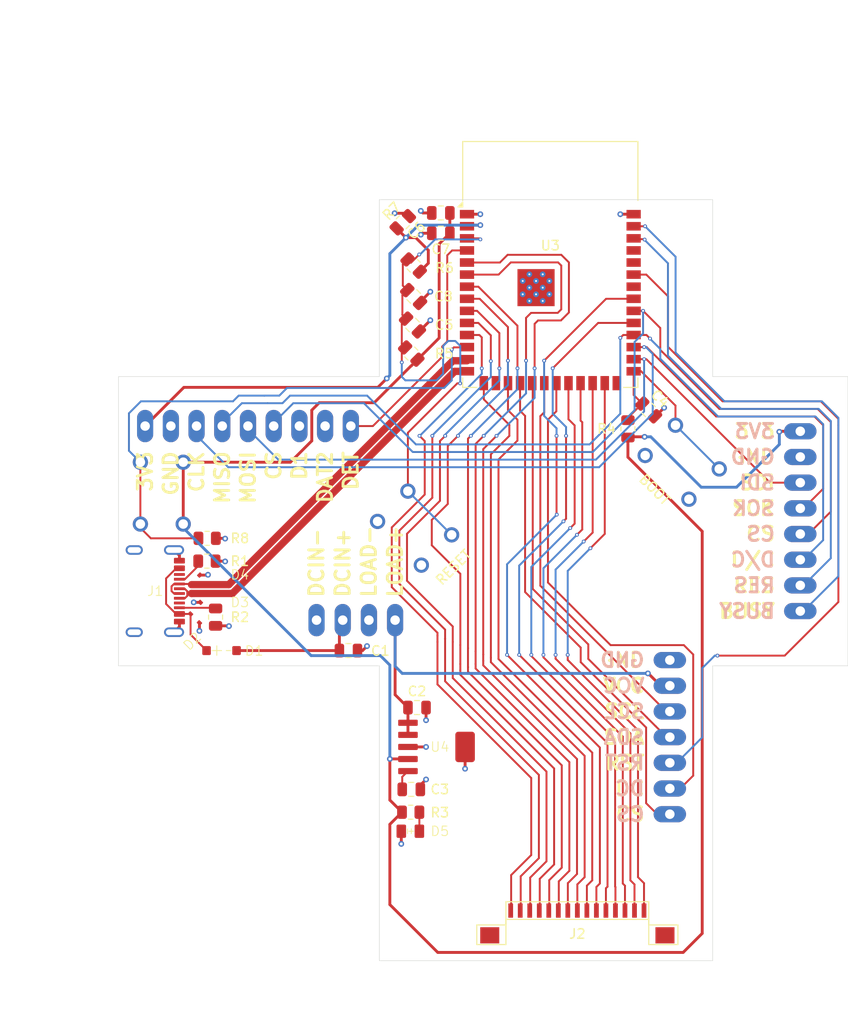
<source format=kicad_pcb>
(kicad_pcb (version 20241229) (generator "pcbnew") (generator_version "9.0")
  (layers (0 "F.Cu" signal) (4 "In1.Cu" power) (6 "In2.Cu" power) (2 "B.Cu" signal) (13 "F.Paste" user) (15 "B.Paste" user) (5 "F.SilkS" user "F.Silkscreen") (7 "B.SilkS" user "B.Silkscreen") (1 "F.Mask" user) (3 "B.Mask" user) (25 "Edge.Cuts" user))
  (net 0 "")
  (net 1 "VCC_5V")
  (net 2 "VCC_4V5")
  (net 3 "Net-(U4-NR)")
  (net 4 "GPIO0")
  (net 5 "CHIP_PU")
  (net 6 "VCC_3V3")
  (net 7 "Net-(D1-A)")
  (net 8 "D+")
  (net 9 "D-")
  (net 10 "Net-(D5-A)")
  (net 12 "Net-(J1-CC2)")
  (net 14 "Net-(J1-CC1)")
  (net 15 "Column 5")
  (net 16 "Row 1")
  (net 17 "Column 6")
  (net 19 "Column 3")
  (net 20 "Column 10")
  (net 21 "Row 3")
  (net 22 "Column 1")
  (net 23 "Column 0")
  (net 24 "Column 4")
  (net 25 "Column 9")
  (net 26 "Row 0")
  (net 27 "Column 8")
  (net 29 "Column 2")
  (net 30 "Row 2")
  (net 31 "Column 7")
  (net 32 "ESP_3V3")
  (net 33 "GPIO13")
  (net 34 "GPIO42")
  (net 35 "GPIO12")
  (net 36 "GPIO10")
  (net 37 "GPIO11")
  (net 41 "GPIO4")
  (net 42 "GPIO36")
  (net 45 "GPIO39")
  (net 46 "GPIO35")
  (net 47 "GPIO37")
  (net 50 "GND")
  (net 51 "GPIO8")
  (net 52 "GPIO1")
  (net 53 "GPIO2")
  (footprint "Custom:DESPI-C579" (layer "F.Cu") (at 124.1 111.32)
    (property "Reference" "U5" (hide yes))
    (property "Value" "~")
  )
  (footprint "Capacitor_SMD:C_0805_2012Metric" (layer "F.Cu") (at 83.376516 81.25 -45)
    (property "Reference" "C5")
    (property "Value" "0u1F")
  )
  (footprint "Custom:B3F-1000" (layer "F.Cu") (at 83.6 102.6 45)
    (property "Reference" "SW2" (hide yes))
    (property "Value" "SW_Push_Dual")
  )
  (footprint "RF_Module:ESP32-S3-WROOM-1" (layer "F.Cu") (at 97.85 74.86)
    (property "Reference" "U3")
    (property "Value" "ESP32-S3-WROOM-1")
  )
  (footprint "Capacitor_SMD:C_0805_2012Metric" (layer "F.Cu") (at 86.350001 69.47 180)
    (property "Reference" "C6")
    (property "Value" "0u1F")
  )
  (footprint "Custom:LESD5D5" (layer "F.Cu") (at 60.53669 112.08669 135)
    (property "Reference" "D2")
    (property "Value" "~")
  )
  (footprint "Custom:LESD5D5" (layer "F.Cu") (at 60.56669 108.00331 -135)
    (property "Reference" "D4")
    (property "Value" "~")
  )
  (footprint "Capacitor_SMD:C_0805_2012Metric" (layer "F.Cu") (at 76.649999 115.47)
    (property "Reference" "C1")
    (property "Value" "10uF")
  )
  (footprint "Resistor_SMD:R_0805_2012Metric" (layer "F.Cu") (at 106 92.1625 -90)
    (property "Reference" "R4")
    (property "Value" "10k")
  )
  (footprint "Capacitor_SMD:C_0805_2012Metric" (layer "F.Cu") (at 86.350001 71.6 180)
    (property "Reference" "C7")
    (property "Value" "10uF")
  )
  (footprint "Resistor_SMD:R_0805_2012Metric" (layer "F.Cu") (at 82.354765 70.445235 45)
    (property "Reference" "R7")
    (property "Value" "0")
  )
  (footprint "Custom:B3F-1000" (layer "F.Cu") (at 111.7 95.67 45)
    (property "Reference" "SW1" (hide yes))
    (property "Value" "SW_Push_Dual")
  )
  (footprint "Custom:Adafruit bq25185 Module" (layer "F.Cu") (at 77.55 113.77)
    (property "Reference" "U1" (hide yes))
    (property "Value" "~")
  )
  (footprint "Resistor_SMD:R_0805_2012Metric" (layer "F.Cu") (at 83.1875 132.46 180)
    (property "Reference" "R3")
    (property "Value" "100")
  )
  (footprint "Capacitor_SMD:C_0805_2012Metric" (layer "F.Cu") (at 108.171751 90.171751 -45)
    (property "Reference" "C4")
    (property "Value" "0u1F")
  )
  (footprint "Resistor_SMD:R_0805_2012Metric" (layer "F.Cu") (at 83.25 84.25 -45)
    (property "Reference" "R5")
    (property "Value" "10k")
  )
  (footprint "Resistor_SMD:R_0805_2012Metric" (layer "F.Cu") (at 61.7875 106.07)
    (property "Reference" "R1")
    (property "Value" "5k1")
  )
  (footprint "Custom:B3F-1000" (layer "F.Cu") (at 57.05 98.92 180)
    (property "Reference" "SW3" (hide yes))
    (property "Value" "SW_Push_Dual")
  )
  (footprint "Custom:KT-0805G" (layer "F.Cu") (at 83.150001 134.46 -90)
    (property "Reference" "D5")
    (property "Value" "LED")
  )
  (footprint "Resistor_SMD:R_0805_2012Metric" (layer "F.Cu") (at 83.5 75 -45)
    (property "Reference" "R6")
    (property "Value" "10k")
  )
  (footprint "Resistor_SMD:R_0805_2012Metric" (layer "F.Cu") (at 61.8125 103.67)
    (property "Reference" "R8")
    (property "Value" "10k")
  )
  (footprint "Capacitor_SMD:C_0805_2012Metric" (layer "F.Cu") (at 83.249999 130.06 180)
    (property "Reference" "C3")
    (property "Value" "0u01F")
  )
  (footprint "Custom:USB_C_Receptacle_16P" (layer "F.Cu") (at 58.9 109.22 -90)
    (property "Reference" "J1")
    (property "Value" "USB_C_Receptacle_USB2.0_16P")
  )
  (footprint "Custom:1N5819HW-7-F" (layer "F.Cu") (at 63.325 115.47)
    (property "Reference" "D1")
    (property "Value" "1N5819WS")
  )
  (footprint "Resistor_SMD:R_0805_2012Metric" (layer "F.Cu") (at 62.7 111.9575 90)
    (property "Reference" "R2")
    (property "Value" "5k1")
  )
  (footprint "Custom:SH1122 256x64 OLED Display Module" (layer "F.Cu") (at 110.4 132.67)
    (property "Reference" "U2" (hide yes))
    (property "Value" "~")
  )
  (footprint "Capacitor_SMD:C_0805_2012Metric" (layer "F.Cu") (at 83.5 78.25 -45)
    (property "Reference" "C8")
    (property "Value" "1uF")
  )
  (footprint "Custom:LESD5D5" (layer "F.Cu") (at 60.63331 109.93669 135)
    (property "Reference" "D3")
    (property "Value" "~")
  )
  (footprint "Capacitor_SMD:C_0805_2012Metric" (layer "F.Cu") (at 83.849999 121.46)
    (property "Reference" "C2")
    (property "Value" "1uF")
  )
  (footprint "Custom:FPC_15" (layer "F.Cu") (at 100.689 142.8)
    (property "Reference" "J2")
    (property "Value" "~")
  )
  (footprint "Custom:Adafruit MicroSD Module" (layer "F.Cu") (at 66.1 91.87)
    (property "Reference" "U6" (hide yes))
    (property "Value" "~")
  )
  (footprint "Custom:TPS795" (layer "F.Cu") (at 82.9 125.6)
    (property "Reference" "U4")
    (property "Value" "~")
  )
  (gr_poly (pts (xy 114.9 86.67) (xy 129.1 86.67) (xy 129.1 117.07) (xy 114.9 117.07) (xy 114.9 148.07) (xy 79.9 148.07) (xy 79.9 117.07) (xy 52.5 117.07) (xy 52.5 86.67) (xy 79.9 86.67) (xy 79.9 68.07) (xy 114.9 68.07)) (stroke (width 0.05)) (fill no) (layer "Edge.Cuts"))
  (gr_text "BOOT" (at 108.807107 98.559087 315) (layer "F.SilkS") (effects (font (size 1 1))))
  (gr_text "RESET" (at 87.692893 106.710913 45) (layer "F.SilkS") (effects (font (size 1 1))))
  (segment (start 75.7 115.42) (end 75.7 112.62) (width 0.3) (layer "F.Cu") (net 1))
  (segment (start 75.7 112.62) (end 76.05 112.27) (width 0.3) (layer "F.Cu") (net 1))
  (segment (start 75.65 115.47) (end 75.7 115.42) (width 0.3) (layer "F.Cu") (net 1))
  (segment (start 75.7 115.47) (end 65.1 115.47) (width 0.3) (layer "F.Cu") (net 1))
  (segment (start 65.1 115.47) (end 64.9 115.27) (width 0.3) (layer "F.Cu") (net 1))
  (segment (start 81.55 120.11) (end 82.9 121.46) (width 0.3) (layer "F.Cu") (net 2))
  (segment (start 82.9 123.06) (end 82.9 124.329999) (width 0.3) (layer "F.Cu") (net 2))
  (segment (start 81.55 112.27) (end 81.55 120.11) (width 0.3) (layer "F.Cu") (net 2))
  (segment (start 82.9 121.46) (end 82.9 123.06) (width 0.3) (layer "F.Cu") (net 2))
  (segment (start 108.099 117.87) (end 108.135 117.87) (width 0.3) (layer "F.Cu") (net 2))
  (segment (start 108.135 117.87) (end 109.435 119.17) (width 0.3) (layer "F.Cu") (net 2))
  (segment (start 109.435 119.17) (end 110.4 119.17) (width 0.3) (layer "F.Cu") (net 2))
  (via (at 108.099 117.87) (size 0.6) (drill 0.3) (layers "F.Cu" "B.Cu") (net 2))
  (segment (start 108.099 117.87) (end 82.3 117.87) (width 0.3) (layer "B.Cu") (net 2))
  (segment (start 81.55 117.12) (end 81.55 112.27) (width 0.3) (layer "B.Cu") (net 2))
  (segment (start 82.3 117.87) (end 81.55 117.12) (width 0.3) (layer "B.Cu") (net 2))
  (segment (start 82.3 128.74) (end 82.9 128.14) (width 0.2) (layer "F.Cu") (net 3))
  (segment (start 82.3 130.06) (end 82.3 128.74) (width 0.2) (layer "F.Cu") (net 3))
  (segment (start 110.992893 91.780913) (end 110.992893 89.718686) (width 0.2) (layer "F.Cu") (net 4))
  (segment (start 110.992893 89.718686) (end 107.384207 86.11) (width 0.2) (layer "F.Cu") (net 4))
  (segment (start 106 91.25) (end 106 91) (width 0.2) (layer "F.Cu") (net 4))
  (segment (start 106.6 88.6) (end 107.5 89.5) (width 0.2) (layer "F.Cu") (net 4))
  (segment (start 106.6 88.6) (end 106.6 86.11) (width 0.2) (layer "F.Cu") (net 4))
  (segment (start 107.384207 86.11) (end 106.6 86.11) (width 0.2) (layer "F.Cu") (net 4))
  (segment (start 106 91) (end 107.5 89.5) (width 0.2) (layer "F.Cu") (net 4))
  (segment (start 115.589087 96.377107) (end 110.992893 91.780913) (width 0.2) (layer "B.Cu") (net 4))
  (segment (start 82.25 83.25) (end 82.25 81.033014) (width 0.2) (layer "F.Cu") (net 5))
  (segment (start 82.315596 80.18908) (end 82.704765 80.578249) (width 0.2) (layer "F.Cu") (net 5))
  (segment (start 82.25 83.95953) (end 82.604765 83.604765) (width 0.2) (layer "F.Cu") (net 5))
  (segment (start 82.892893 98.710913) (end 82.892893 92.571299) (width 0.2) (layer "F.Cu") (net 5))
  (segment (start 84.08453 73.83453) (end 83.20953 74.70953) (width 0.2) (layer "F.Cu") (net 5))
  (segment (start 82.25 85.175) (end 82.25 83.95953) (width 0.2) (layer "F.Cu") (net 5))
  (segment (start 90.39 72.14) (end 90.5 72.25) (width 0.2) (layer "F.Cu") (net 5))
  (segment (start 82.604765 83.604765) (end 82.25 83.25) (width 0.2) (layer "F.Cu") (net 5))
  (segment (start 88.081048 87.383144) (end 88.38 87.383144) (width 0.2) (layer "F.Cu") (net 5))
  (segment (start 82.892893 92.571299) (end 88.081048 87.383144) (width 0.2) (layer "F.Cu") (net 5))
  (segment (start 82.315596 78.090902) (end 82.315596 80.18908) (width 0.2) (layer "F.Cu") (net 5))
  (segment (start 82.35979 77.10979) (end 82.828249 77.578249) (width 0.2) (layer "F.Cu") (net 5))
  (segment (start 82.854765 74.354765) (end 82.35979 74.84974) (width 0.2) (layer "F.Cu") (net 5))
  (segment (start 89.1 72.14) (end 90.39 72.14) (width 0.2) (layer "F.Cu") (net 5))
  (segment (start 82.35979 74.84974) (end 82.35979 77.10979) (width 0.2) (layer "F.Cu") (net 5))
  (segment (start 82.828249 77.578249) (end 82.315596 78.090902) (width 0.2) (layer "F.Cu") (net 5))
  (segment (start 82.25 81.033014) (end 82.704765 80.578249) (width 0.2) (layer "F.Cu") (net 5))
  (via (at 84.08453 73.83453) (size 0.4) (drill 0.2) (layers "F.Cu" "B.Cu") (net 5))
  (via (at 90.5 72.25) (size 0.4) (drill 0.2) (layers "F.Cu" "B.Cu") (net 5))
  (via (at 88.38 87.383144) (size 0.4) (drill 0.2) (layers "F.Cu" "B.Cu") (net 5))
  (via (at 82.25 85.175) (size 0.4) (drill 0.2) (layers "F.Cu" "B.Cu") (net 5))
  (segment (start 82.627 87.067) (end 85.903 87.067) (width 0.2) (layer "B.Cu") (net 5))
  (segment (start 88.396572 83.454122) (end 88.396572 87.366572) (width 0.2) (layer "B.Cu") (net 5))
  (segment (start 88.396572 87.366572) (end 88.38 87.383144) (width 0.2) (layer "B.Cu") (net 5))
  (segment (start 87.489087 103.307107) (end 82.892893 98.710913) (width 0.2) (layer "B.Cu") (net 5))
  (segment (start 82.25 86.69) (end 82.627 87.067) (width 0.2) (layer "B.Cu") (net 5))
  (segment (start 85.903 87.067) (end 86.594572 86.375428) (width 0.2) (layer "B.Cu") (net 5))
  (segment (start 84.08453 73.83453) (end 84.16547 73.83453) (width 0.2) (layer "B.Cu") (net 5))
  (segment (start 86.594572 86.375428) (end 86.594572 83.454122) (width 0.2) (layer "B.Cu") (net 5))
  (segment (start 86.594572 83.454122) (end 87.122365 82.926329) (width 0.2) (layer "B.Cu") (net 5))
  (segment (start 82.25 85.175) (end 82.25 86.69) (width 0.2) (layer "B.Cu") (net 5))
  (segment (start 87.868779 82.926329) (end 88.396572 83.454122) (width 0.2) (layer "B.Cu") (net 5))
  (segment (start 84.16547 73.83453) (end 85.75 72.25) (width 0.2) (layer "B.Cu") (net 5))
  (segment (start 87.122365 82.926329) (end 87.868779 82.926329) (width 0.2) (layer "B.Cu") (net 5))
  (segment (start 85.75 72.25) (end 90.5 72.25) (width 0.2) (layer "B.Cu") (net 5))
  (segment (start 124.1 92.42) (end 121.95 92.42) (width 0.3) (layer "F.Cu") (net 6))
  (segment (start 81 142.17) (end 81 133.735) (width 0.3) (layer "F.Cu") (net 6))
  (segment (start 86.177 82.61347) (end 83.895235 84.895235) (width 0.3) (layer "F.Cu") (net 6))
  (segment (start 106.075 93) (end 106 93.075) (width 0.3) (layer "F.Cu") (net 6))
  (segment (start 121.95 92.42) (end 121.9 92.47) (width 0.3) (layer "F.Cu") (net 6))
  (segment (start 87.300001 71.6) (end 87.300001 69.47) (width 0.3) (layer "F.Cu") (net 6))
  (segment (start 86.177 72.723001) (end 86.177 82.61347) (width 0.3) (layer "F.Cu") (net 6))
  (segment (start 86.03 147.2) (end 81 142.17) (width 0.3) (layer "F.Cu") (net 6))
  (segment (start 70.55388 95.67) (end 72.8 93.42388) (width 0.3) (layer "F.Cu") (net 6))
  (segment (start 81 126.86) (end 81 131.185) (width 0.3) (layer "F.Cu") (net 6))
  (segment (start 106 95.140718) (end 113.8 102.940718) (width 0.3) (layer "F.Cu") (net 6))
  (segment (start 58.9 95.67) (end 70.55388 95.67) (width 0.3) (layer "F.Cu") (net 6))
  (segment (start 81 133.735) (end 82.275 132.46) (width 0.3) (layer "F.Cu") (net 6))
  (segment (start 107.75 93) (end 106.075 93) (width 0.3) (layer "F.Cu") (net 6))
  (segment (start 72.8 90.2) (end 73.581 89.419) (width 0.3) (layer "F.Cu") (net 6))
  (segment (start 72.8 93.42388) (end 72.8 90.2) (width 0.3) (layer "F.Cu") (net 6))
  (segment (start 113.8 145.2) (end 111.8 147.2) (width 0.3) (layer "F.Cu") (net 6))
  (segment (start 113.8 102.940718) (end 113.8 145.2) (width 0.3) (layer "F.Cu") (net 6))
  (segment (start 73.581 89.419) (end 79.351 89.419) (width 0.3) (layer "F.Cu") (net 6))
  (segment (start 111.8 147.2) (end 86.03 147.2) (width 0.3) (layer "F.Cu") (net 6))
  (segment (start 59.3 95.67) (end 59.3 102.17) (width 0.3) (layer "F.Cu") (net 6))
  (segment (start 82.889999 126.86) (end 82.9 126.870001) (width 0.3) (layer "F.Cu") (net 6))
  (segment (start 81 131.185) (end 82.275 132.46) (width 0.3) (layer "F.Cu") (net 6))
  (segment (start 83.24047 85.55) (end 83.895235 84.895235) (width 0.3) (layer "F.Cu") (net 6))
  (segment (start 83.22 85.55) (end 83.24047 85.55) (width 0.3) (layer "F.Cu") (net 6))
  (segment (start 87.300001 71.6) (end 86.177 72.723001) (width 0.3) (layer "F.Cu") (net 6))
  (segment (start 79.351 89.419) (end 83.22 85.55) (width 0.3) (layer "F.Cu") (net 6))
  (segment (start 81 126.86) (end 82.889999 126.86) (width 0.3) (layer "F.Cu") (net 6))
  (segment (start 106 93.075) (end 106 95.140718) (width 0.3) (layer "F.Cu") (net 6))
  (via (at 81 126.86) (size 0.6) (drill 0.3) (layers "F.Cu" "B.Cu") (net 6))
  (via (at 121.9 92.47) (size 0.6) (drill 0.3) (layers "F.Cu" "B.Cu") (net 6))
  (via (at 107.75 93) (size 0.6) (drill 0.3) (layers "F.Cu" "B.Cu") (net 6))
  (segment (start 117.4 98.3) (end 121.9 93.8) (width 0.3) (layer "B.Cu") (net 6))
  (segment (start 72.73 116) (end 58.9 102.17) (width 0.3) (layer "B.Cu") (net 6))
  (segment (start 107.75 93) (end 108.4 93) (width 0.3) (layer "B.Cu") (net 6))
  (segment (start 80 116) (end 72.73 116) (width 0.3) (layer "B.Cu") (net 6))
  (segment (start 81 126.86) (end 81 117) (width 0.3) (layer "B.Cu") (net 6))
  (segment (start 113.7 98.3) (end 117.4 98.3) (width 0.3) (layer "B.Cu") (net 6))
  (segment (start 81 117) (end 80 116) (width 0.3) (layer "B.Cu") (net 6))
  (segment (start 121.9 93.8) (end 121.9 92.47) (width 0.3) (layer "B.Cu") (net 6))
  (segment (start 108.4 93) (end 113.7 98.3) (width 0.3) (layer "B.Cu") (net 6))
  (segment (start 58.55 111.62) (end 58.9 111.62) (width 0.2) (layer "F.Cu") (net 7))
  (segment (start 58.9 111.62) (end 60.07 111.62) (width 0.2) (layer "F.Cu") (net 7))
  (segment (start 57.5 107.885856) (end 57.5 110.57) (width 0.2) (layer "F.Cu") (net 7))
  (segment (start 60.07 111.62) (end 60.07 113.79) (width 0.2) (layer "F.Cu") (net 7))
  (segment (start 60.07 113.79) (end 61.55 115.27) (width 0.2) (layer "F.Cu") (net 7))
  (segment (start 58.565856 106.82) (end 57.5 107.885856) (width 0.2) (layer "F.Cu") (net 7))
  (segment (start 58.9 106.82) (end 58.565856 106.82) (width 0.2) (layer "F.Cu") (net 7))
  (segment (start 57.5 110.57) (end 58.55 111.62) (width 0.2) (layer "F.Cu") (net 7))
  (segment (start 61.55 115.27) (end 61.75 115.27) (width 0.2) (layer "F.Cu") (net 7))
  (segment (start 58.9 108.97) (end 59.45825 108.97) (width 0.2) (layer "F.Cu") (net 8))
  (segment (start 60.16662 109.47) (end 60.17111 109.46551) (width 0.77) (layer "F.Cu") (net 8))
  (segment (start 59.7284 109.47) (end 59.7284 109.716599) (width 0.2) (layer "F.Cu") (net 8))
  (segment (start 59.45825 108.97) (end 59.7284 109.24015) (width 0.2) (layer "F.Cu") (net 8))
  (segment (start 64.464259 109.46551) (end 87.813314 86.116454) (width 0.77) (layer "F.Cu") (net 8))
  (segment (start 59.7284 109.47) (end 60.1 109.47) (width 0.2) (layer "F.Cu") (net 8))
  (segment (start 60.17111 109.46551) (end 64.464259 109.46551) (width 0.77) (layer "F.Cu") (net 8))
  (segment (start 59.474999 109.97) (end 58.9 109.97) (width 0.2) (layer "F.Cu") (net 8))
  (segment (start 59.7284 109.24015) (end 59.7284 109.47) (width 0.2) (layer "F.Cu") (net 8))
  (segment (start 89.093546 86.116454) (end 89.1 86.11) (width 0.77) (layer "F.Cu") (net 8))
  (segment (start 87.813314 86.116454) (end 89.093546 86.116454) (width 0.77) (layer "F.Cu") (net 8))
  (segment (start 59.7284 109.716599) (end 59.474999 109.97) (width 0.2) (layer "F.Cu") (net 8))
  (segment (start 89.1 85.006) (end 87.617884 85.006) (width 0.77) (layer "F.Cu") (net 9))
  (segment (start 58.0716 109.216599) (end 58.0716 108.723401) (width 0.2) (layer "F.Cu") (net 9))
  (segment (start 58.325001 108.47) (end 58.9 108.47) (width 0.2) (layer "F.Cu") (net 9))
  (segment (start 58.325001 109.47) (end 58.0716 109.216599) (width 0.2) (layer "F.Cu") (net 9))
  (segment (start 58.9 108.47) (end 60.1 108.47) (width 0.2) (layer "F.Cu") (net 9))
  (segment (start 87.617884 85.006) (end 64.081774 108.54211) (width 0.77) (layer "F.Cu") (net 9))
  (segment (start 58.9 109.47) (end 58.325001 109.47) (width 0.2) (layer "F.Cu") (net 9))
  (segment (start 58.0716 108.723401) (end 58.325001 108.47) (width 0.2) (layer "F.Cu") (net 9))
  (segment (start 64.081774 108.54211) (end 60.17211 108.54211) (width 0.77) (layer "F.Cu") (net 9))
  (segment (start 84.1 132.46) (end 84.099999 134.46) (width 0.2) (layer "F.Cu") (net 10))
  (segment (start 58.9 110.97) (end 62.625 110.97) (width 0.2) (layer "F.Cu") (net 12))
  (segment (start 62.625 110.97) (end 62.7 111.045) (width 0.2) (layer "F.Cu") (net 12))
  (segment (start 58.9 107.97) (end 59.474999 107.97) (width 0.2) (layer "F.Cu") (net 14))
  (segment (start 59.474999 107.97) (end 60.875 106.569999) (width 0.2) (layer "F.Cu") (net 14))
  (segment (start 60.875 106.569999) (end 60.875 106.07) (width 0.2) (layer "F.Cu") (net 14))
  (segment (start 106.6 78.49) (end 103.71 78.49) (width 0.2) (layer "F.Cu") (net 15))
  (segment (start 102.689001 140.317571) (end 102.689001 142.8) (width 0.2) (layer "F.Cu") (net 15))
  (segment (start 103.055 125.667) (end 103.055 139.951572) (width 0.2) (layer "F.Cu") (net 15))
  (segment (start 103.71 78.49) (end 97.2 85) (width 0.2) (layer "F.Cu") (net 15))
  (segment (start 98.503 92.897) (end 98.503 101.15676) (width 0.2) (layer "F.Cu") (net 15))
  (segment (start 98.503 101.15676) (end 98.52462 101.17838) (width 0.2) (layer "F.Cu") (net 15))
  (segment (start 103.055 139.951572) (end 102.689001 140.317571) (width 0.2) (layer "F.Cu") (net 15))
  (segment (start 93.308 115.92) (end 103.055 125.667) (width 0.2) (layer "F.Cu") (net 15))
  (via (at 98.52462 101.17838) (size 0.4) (drill 0.2) (layers "F.Cu" "B.Cu") (net 15))
  (via (at 93.308 115.92) (size 0.4) (drill 0.2) (layers "F.Cu" "B.Cu") (net 15))
  (via (at 97.2 85) (size 0.4) (drill 0.2) (layers "F.Cu" "B.Cu") (net 15))
  (via (at 98.503 92.897) (size 0.4) (drill 0.2) (layers "F.Cu" "B.Cu") (net 15))
  (segment (start 98.52462 101.17838) (end 93.308 106.395) (width 0.2) (layer "B.Cu") (net 15))
  (segment (start 97.2 90.8) (end 97.2 85) (width 0.2) (layer "B.Cu") (net 15))
  (segment (start 98.503 92.897) (end 98.503 92.103) (width 0.2) (layer "B.Cu") (net 15))
  (segment (start 98.503 92.103) (end 97.2 90.8) (width 0.2) (layer "B.Cu") (net 15))
  (segment (start 93.308 106.395) (end 93.308 115.92) (width 0.2) (layer "B.Cu") (net 15))
  (segment (start 90.294786 77.22) (end 93.637393 80.562607) (width 0.2) (layer "F.Cu") (net 16))
  (segment (start 99.05 138.287214) (end 99.05 127.531144) (width 0.2) (layer "F.Cu") (net 16))
  (segment (start 89.204 117.211366) (end 89.203 117.210364) (width 0.2) (layer "F.Cu") (net 16))
  (segment (start 89.204 93.197788) (end 89.504788 92.897) (width 0.2) (layer "F.Cu") (net 16))
  (segment (start 89.204 115.218651) (end 89.204 93.197788) (width 0.2) (layer "F.Cu") (net 16))
  (segment (start 97.737999 142.751001) (end 97.737999 139.599215) (width 0.2) (layer "F.Cu") (net 16))
  (segment (start 99.05 127.531144) (end 89.204 117.685142) (width 0.2) (layer "F.Cu") (net 16))
  (segment (start 94.4 81.325214) (end 94.4 85.8) (width 0.2) (layer "F.Cu") (net 16))
  (segment (start 93.637393 80.562607) (end 94.4 81.325214) (width 0.2) (layer "F.Cu") (net 16))
  (segment (start 89.203 115.219651) (end 89.204 115.218651) (width 0.2) (layer "F.Cu") (net 16))
  (segment (start 97.737999 139.599215) (end 99.05 138.287214) (width 0.2) (layer "F.Cu") (net 16))
  (segment (start 89.203 117.210364) (end 89.203 115.219651) (width 0.2) (layer "F.Cu") (net 16))
  (segment (start 89.204 117.685142) (end 89.204 117.211366) (width 0.2) (layer "F.Cu") (net 16))
  (segment (start 97.689 142.8) (end 97.737999 142.751001) (width 0.2) (layer "F.Cu") (net 16))
  (segment (start 89.1 77.22) (end 90.294786 77.22) (width 0.2) (layer "F.Cu") (net 16))
  (via (at 94.4 85.8) (size 0.4) (drill 0.2) (layers "F.Cu" "B.Cu") (net 16))
  (via (at 89.504788 92.897) (size 0.4) (drill 0.2) (layers "F.Cu" "B.Cu") (net 16))
  (segment (start 89.504788 92.895212) (end 94.4 88) (width 0.2) (layer "B.Cu") (net 16))
  (segment (start 94.4 88) (end 94.4 85.8) (width 0.2) (layer "B.Cu") (net 16))
  (segment (start 89.504788 92.897) (end 89.504788 92.895212) (width 0.2) (layer "B.Cu") (net 16))
  (segment (start 102.87 81.03) (end 98.1 85.8) (width 0.2) (layer "F.Cu") (net 17))
  (segment (start 94.580792 115.92) (end 103.856 125.195208) (width 0.2) (layer "F.Cu") (net 17))
  (segment (start 103.856 125.195208) (end 103.856 140.283357) (width 0.2) (layer "F.Cu") (net 17))
  (segment (start 99.503003 101.614215) (end 99.231729 101.885489) (width 0.2) (layer "F.Cu") (net 17))
  (segment (start 103.856 140.283357) (end 103.689 140.450358) (width 0.2) (layer "F.Cu") (net 17))
  (segment (start 106.6 81.03) (end 102.87 81.03) (width 0.2) (layer "F.Cu") (net 17))
  (segment (start 99.503003 92.897) (end 99.503003 101.614215) (width 0.2) (layer "F.Cu") (net 17))
  (segment (start 103.689 140.450358) (end 103.689 142.8) (width 0.2) (layer "F.Cu") (net 17))
  (via (at 99.231729 101.885489) (size 0.4) (drill 0.2) (layers "F.Cu" "B.Cu") (net 17))
  (via (at 98.1 85.8) (size 0.4) (drill 0.2) (layers "F.Cu" "B.Cu") (net 17))
  (via (at 99.503003 92.897) (size 0.4) (drill 0.2) (layers "F.Cu" "B.Cu") (net 17))
  (via (at 94.580792 115.92) (size 0.4) (drill 0.2) (layers "F.Cu" "B.Cu") (net 17))
  (segment (start 98.766393 91.233608) (end 99.503003 91.970218) (width 0.2) (layer "B.Cu") (net 17))
  (segment (start 99.503003 91.970218) (end 99.503003 92.897) (width 0.2) (layer "B.Cu") (net 17))
  (segment (start 94.580792 106.536426) (end 94.580792 115.92) (width 0.2) (layer "B.Cu") (net 17))
  (segment (start 99.231729 101.885489) (end 94.580792 106.536426) (width 0.2) (layer "B.Cu") (net 17))
  (segment (start 98.1 90.567214) (end 98.766393 91.233608) (width 0.2) (layer "B.Cu") (net 17))
  (segment (start 98.1 85.8) (end 98.1 90.567214) (width 0.2) (layer "B.Cu") (net 17))
  (segment (start 91.606 116.215008) (end 91.607 116.215008) (width 0.2) (layer "F.Cu") (net 19))
  (segment (start 91.607 94.838947) (end 91.607 116.214008) (width 0.2) (layer "F.Cu") (net 19))
  (segment (start 90.865 87.36) (end 90.865 89.065) (width 0.2) (layer "F.Cu") (net 19))
  (segment (start 91.607 116.215008) (end 91.607 116.689786) (width 0.2) (layer "F.Cu") (net 19))
  (segment (start 93.548947 92.897) (end 91.607 94.838947) (width 0.2) (layer "F.Cu") (net 19))
  (segment (start 101.453 139.288002) (end 100.689003 140.051999) (width 0.2) (layer "F.Cu") (net 19))
  (segment (start 100.689003 140.051999) (end 100.689 140.051999) (width 0.2) (layer "F.Cu") (net 19))
  (segment (start 91.607 116.689786) (end 101.453 126.535786) (width 0.2) (layer "F.Cu") (net 19))
  (segment (start 101.453 126.535786) (end 101.453 139.288002) (width 0.2) (layer "F.Cu") (net 19))
  (segment (start 100.689 140.051999) (end 100.689 142.8) (width 0.2) (layer "F.Cu") (net 19))
  (segment (start 90.865 89.065) (end 93.548947 91.748947) (width 0.2) (layer "F.Cu") (net 19))
  (segment (start 91.607 116.214008) (end 91.606 116.215008) (width 0.2) (layer "F.Cu") (net 19))
  (segment (start 93.548947 91.748947) (end 93.548947 92.897) (width 0.2) (layer "F.Cu") (net 19))
  (segment (start 99.675582 116.455582) (end 107.06 123.84) (width 0.2) (layer "F.Cu") (net 20))
  (segment (start 99.675582 115.92) (end 99.675582 116.455582) (width 0.2) (layer "F.Cu") (net 20))
  (segment (start 103.565 103.209088) (end 102.060164 104.713924) (width 0.2) (layer "F.Cu") (net 20))
  (segment (start 103.565 87.36) (end 103.565 103.209088) (width 0.2) (layer "F.Cu") (net 20))
  (segment (start 107.06 139.290214) (end 107.688999 139.919213) (width 0.2) (layer "F.Cu") (net 20))
  (segment (start 107.688999 139.919213) (end 107.688999 142.8) (width 0.2) (layer "F.Cu") (net 20))
  (segment (start 107.06 123.84) (end 107.06 139.290214) (width 0.2) (layer "F.Cu") (net 20))
  (via (at 99.675582 115.92) (size 0.4) (drill 0.2) (layers "F.Cu" "B.Cu") (net 20))
  (via (at 102.060164 104.713924) (size 0.4) (drill 0.2) (layers "F.Cu" "B.Cu") (net 20))
  (segment (start 102.060164 104.713924) (end 99.675582 107.098506) (width 0.2) (layer "B.Cu") (net 20))
  (segment (start 99.675582 107.098506) (end 99.675582 115.92) (width 0.2) (layer "B.Cu") (net 20))
  (segment (start 98.960785 80.772) (end 96.558 80.772) (width 0.2) (layer "F.Cu") (net 21))
  (segment (start 99.802 79.930785) (end 99.132786 80.599999) (width 0.2) (layer "F.Cu") (net 21))
  (segment (start 99.132786 80.599999) (end 99.132786 80.6) (width 0.2) (layer "F.Cu") (net 21))
  (segment (start 90.805 116.546794) (end 90.806 116.547794) (width 0.2) (layer "F.Cu") (net 21))
  (segment (start 89.1 74.68) (end 92.555214 74.68) (width 0.2) (layer "F.Cu") (net 21))
  (segment (start 99.802 74.669215) (end 99.802 79.930785) (width 0.2) (layer "F.Cu") (net 21))
  (segment (start 100.652 138.956216) (end 99.689 139.919216) (width 0.2) (layer "F.Cu") (net 21))
  (segment (start 100.652 126.867572) (end 100.652 138.956216) (width 0.2) (layer "F.Cu") (net 21))
  (segment (start 90.806 117.021572) (end 100.652 126.867572) (width 0.2) (layer "F.Cu") (net 21))
  (segment (start 99.689 139.919216) (end 99.689 142.8) (width 0.2) (layer "F.Cu") (net 21))
  (segment (start 90.805 115.883223) (end 90.805 116.546794) (width 0.2) (layer "F.Cu") (net 21))
  (segment (start 90.806 116.547794) (end 90.806 117.021572) (width 0.2) (layer "F.Cu") (net 21))
  (segment (start 92.200894 92.897) (end 90.806 94.291894) (width 0.2) (layer "F.Cu") (net 21))
  (segment (start 96.558 80.772) (end 96.2 81.13) (width 0.2) (layer "F.Cu") (net 21))
  (segment (start 90.806 115.882222) (end 90.805 115.883223) (width 0.2) (layer "F.Cu") (net 21))
  (segment (start 90.806 94.291894) (end 90.806 115.882222) (width 0.2) (layer "F.Cu") (net 21))
  (segment (start 92.555214 74.68) (end 93.367215 73.868) (width 0.2) (layer "F.Cu") (net 21))
  (segment (start 96.2 81.13) (end 96.2 85.8) (width 0.2) (layer "F.Cu") (net 21))
  (segment (start 99.000786 73.868) (end 99.802 74.669215) (width 0.2) (layer "F.Cu") (net 21))
  (segment (start 99.132786 80.6) (end 98.960785 80.772) (width 0.2) (layer "F.Cu") (net 21))
  (segment (start 93.367215 73.868) (end 99.000786 73.868) (width 0.2) (layer "F.Cu") (net 21))
  (via (at 92.200894 92.897) (size 0.4) (drill 0.2) (layers "F.Cu" "B.Cu") (net 21))
  (via (at 96.2 85.8) (size 0.4) (drill 0.2) (layers "F.Cu" "B.Cu") (net 21))
  (segment (start 92.200894 92.897) (end 92.213 92.897) (width 0.2) (layer "B.Cu") (net 21))
  (segment (start 96.2 88.91) (end 96.2 85.8) (width 0.2) (layer "B.Cu") (net 21))
  (segment (start 92.183962 92.880068) (end 92.200894 92.897) (width 0.2) (layer "B.Cu") (net 21))
  (segment (start 92.213 92.897) (end 96.2 88.91) (width 0.2) (layer "B.Cu") (net 21))
  (segment (start 94.738 139.200862) (end 94.738 142.751) (width 0.2) (layer "F.Cu") (net 22))
  (segment (start 81.999 102.860328) (end 81.999 108.466216) (width 0.2) (layer "F.Cu") (net 22))
  (segment (start 86.8 114.224295) (end 86.8 118.69) (width 0.2) (layer "F.Cu") (net 22))
  (segment (start 81.999 108.466216) (end 86.801 113.268217) (width 0.2) (layer "F.Cu") (net 22))
  (segment (start 94.640001 142.751001) (end 94.689 142.8) (width 0.2) (layer "F.Cu") (net 22))
  (segment (start 86.801 113.268217) (end 86.801 114.223293) (width 0.2) (layer "F.Cu") (net 22))
  (segment (start 96.647 128.537001) (end 96.647 137.291858) (width 0.2) (layer "F.Cu") (net 22))
  (segment (start 91.6 85.04626) (end 91.6 82.335215) (width 0.2) (layer "F.Cu") (net 22))
  (segment (start 94.738 142.751) (end 94.689 142.8) (width 0.2) (layer "F.Cu") (net 22))
  (segment (start 86.8 118.69) (end 96.647 128.537001) (width 0.2) (layer "F.Cu") (net 22))
  (segment (start 90.294785 81.03) (end 89.1 81.03) (width 0.2) (layer "F.Cu") (net 22))
  (segment (start 96.647 137.291858) (end 94.738 139.200862) (width 0.2) (layer "F.Cu") (net 22))
  (segment (start 91.6 82.335215) (end 90.294785 81.03) (width 0.2) (layer "F.Cu") (net 22))
  (segment (start 86.801 114.223293) (end 86.8 114.224295) (width 0.2) (layer "F.Cu") (net 22))
  (segment (start 85.460628 99.398699) (end 81.999 102.860328) (width 0.2) (layer "F.Cu") (net 22))
  (segment (start 85.460628 92.897) (end 85.460628 99.398699) (width 0.2) (layer "F.Cu") (net 22))
  (via (at 85.460628 92.897) (size 0.4) (drill 0.2) (layers "F.Cu" "B.Cu") (net 22))
  (via (at 91.6 85.04626) (size 0.4) (drill 0.2) (layers "F.Cu" "B.Cu") (net 22))
  (segment (start 85.444689 92.865454) (end 91.6 86.710143) (width 0.2) (layer "B.Cu") (net 22))
  (segment (start 91.6 86.710143) (end 91.6 85.04626) (width 0.2) (layer "B.Cu") (net 22))
  (segment (start 85.444689 92.865457) (end 85.444689 92.865454) (width 0.2) (layer "B.Cu") (net 22))
  (segment (start 95.846 128.868787) (end 85.999 119.021786) (width 0.2) (layer "F.Cu") (net 23))
  (segment (start 85.998998 113.892509) (end 86 113.891507) (width 0.2) (layer "F.Cu") (net 23))
  (segment (start 85.998998 114.556081) (end 85.998998 113.892509) (width 0.2) (layer "F.Cu") (net 23))
  (segment (start 85.999 119.021786) (end 85.999 114.556083) (width 0.2) (layer "F.Cu") (net 23))
  (segment (start 86 113.600002) (end 81.198 108.798001) (width 0.2) (layer "F.Cu") (net 23))
  (segment (start 93.738 142.751001) (end 93.738 139.068078) (width 0.2) (layer "F.Cu") (net 23))
  (segment (start 81.198 102.528543) (end 84.659628 99.066914) (width 0.2) (layer "F.Cu") (net 23))
  (segment (start 93.738 139.068078) (end 95.846 136.960073) (width 0.2) (layer "F.Cu") (net 23))
  (segment (start 81.198 108.798001) (end 81.198 102.528543) (width 0.2) (layer "F.Cu") (net 23))
  (segment (start 89.1 82.3) (end 90.400928 82.3) (width 0.2) (layer "F.Cu") (net 23))
  (segment (start 85.999 114.556083) (end 85.998998 114.556081) (width 0.2) (layer "F.Cu") (net 23))
  (segment (start 90.400928 82.3) (end 90.650002 82.549074) (width 0.2) (layer "F.Cu") (net 23))
  (segment (start 93.689001 142.8) (end 93.738 142.751001) (width 0.2) (layer "F.Cu") (net 23))
  (segment (start 84.659628 93.444053) (end 84.112575 92.897) (width 0.2) (layer "F.Cu") (net 23))
  (segment (start 90.650002 82.549074) (end 90.650002 85.809998) (width 0.2) (layer "F.Cu") (net 23))
  (segment (start 95.846 136.960073) (end 95.846 128.868787) (width 0.2) (layer "F.Cu") (net 23))
  (segment (start 84.659628 99.066914) (end 84.659628 93.444053) (width 0.2) (layer "F.Cu") (net 23))
  (segment (start 86 113.891507) (end 86 113.600002) (width 0.2) (layer "F.Cu") (net 23))
  (via (at 90.650002 85.809998) (size 0.4) (drill 0.2) (layers "F.Cu" "B.Cu") (net 23))
  (via (at 84.112575 92.897) (size 0.4) (drill 0.2) (layers "F.Cu" "B.Cu") (net 23))
  (segment (start 90.650002 86.387349) (end 90.650002 85.809998) (width 0.2) (layer "B.Cu") (net 23))
  (segment (start 84.231214 92.806137) (end 90.650002 86.387349) (width 0.2) (layer "B.Cu") (net 23))
  (segment (start 84.112575 92.806137) (end 84.231214 92.806137) (width 0.2) (layer "B.Cu") (net 23))
  (segment (start 102.254 139.619787) (end 102.254 126.204) (width 0.2) (layer "F.Cu") (net 24))
  (segment (start 93.405 90.205) (end 93.405 87.36) (width 0.2) (layer "F.Cu") (net 24))
  (segment (start 101.689 142.8) (end 101.689 140.184786) (width 0.2) (layer "F.Cu") (net 24))
  (segment (start 94.4 91.2) (end 93.405 90.205) (width 0.2) (layer "F.Cu") (net 24))
  (segment (start 92.408 95.386) (end 94.4 93.394) (width 0.2) (layer "F.Cu") (net 24))
  (segment (start 101.689 140.184786) (end 102.254 139.619787) (width 0.2) (layer "F.Cu") (net 24))
  (segment (start 94.4 93.394) (end 94.4 91.2) (width 0.2) (layer "F.Cu") (net 24))
  (segment (start 92.408 116.358) (end 92.408 95.386) (width 0.2) (layer "F.Cu") (net 24))
  (segment (start 102.254 126.204) (end 92.408 116.358) (width 0.2) (layer "F.Cu") (net 24))
  (segment (start 106.259 139.622) (end 106.689 140.052) (width 0.2) (layer "F.Cu") (net 25))
  (segment (start 106.259 124.179) (end 106.259 139.622) (width 0.2) (layer "F.Cu") (net 25))
  (segment (start 102.295 87.36) (end 102.295 103.064872) (width 0.2) (layer "F.Cu") (net 25))
  (segment (start 98.402791 115.92) (end 98.402791 116.322791) (width 0.2) (layer "F.Cu") (net 25))
  (segment (start 102.295 103.064872) (end 101.353056 104.006816) (width 0.2) (layer "F.Cu") (net 25))
  (segment (start 106.689 140.052) (end 106.689 142.8) (width 0.2) (layer "F.Cu") (net 25))
  (segment (start 98.402791 116.322791) (end 106.259 124.179) (width 0.2) (layer "F.Cu") (net 25))
  (via (at 98.402791 115.92) (size 0.4) (drill 0.2) (layers "F.Cu" "B.Cu") (net 25))
  (via (at 101.353056 104.006816) (size 0.4) (drill 0.2) (layers "F.Cu" "B.Cu") (net 25))
  (segment (start 101.353056 104.006816) (end 98.402791 106.957081) (width 0.2) (layer "B.Cu") (net 25))
  (segment (start 98.402791 106.957081) (end 98.402791 115.92) (width 0.2) (layer "B.Cu") (net 25))
  (segment (start 89.1 78.49) (end 90.432 78.49) (width 0.2) (layer "F.Cu") (net 26))
  (segment (start 98.249 137.955428) (end 98.249 127.862929) (width 0.2) (layer "F.Cu") (net 26))
  (segment (start 88.403 117.543152) (end 88.401998 117.54215) (width 0.2) (layer "F.Cu") (net 26))
  (segment (start 88.403 107.403) (end 85.4 104.4) (width 0.2) (layer "F.Cu") (net 26))
  (segment (start 88.403 118.016927) (end 88.403 117.543152) (width 0.2) (layer "F.Cu") (net 26))
  (segment (start 85.4 104.4) (end 85.4 101.74) (width 0.2) (layer "F.Cu") (net 26))
  (segment (start 88.402 116.878576) (end 88.402 114.887866) (width 0.2) (layer "F.Cu") (net 26))
  (segment (start 90.432 78.49) (end 93.4 81.458) (width 0.2) (layer "F.Cu") (net 26))
  (segment (start 98.249 127.862929) (end 88.403 118.016927) (width 0.2) (layer "F.Cu") (net 26))
  (segment (start 88.401998 117.54215) (end 88.401998 116.878578) (width 0.2) (layer "F.Cu") (net 26))
  (segment (start 96.738 139.466428) (end 98.249 137.955428) (width 0.2) (layer "F.Cu") (net 26))
  (segment (start 88.403 114.886865) (end 88.403 107.403) (width 0.2) (layer "F.Cu") (net 26))
  (segment (start 87.08 93.973734) (end 88.156734 92.897) (width 0.2) (layer "F.Cu") (net 26))
  (segment (start 88.402 114.887866) (end 88.403 114.886865) (width 0.2) (layer "F.Cu") (net 26))
  (segment (start 88.401998 116.878578) (end 88.402 116.878576) (width 0.2) (layer "F.Cu") (net 26))
  (segment (start 85.4 101.74) (end 87.08 100.06) (width 0.2) (layer "F.Cu") (net 26))
  (segment (start 96.689 142.8) (end 96.738 142.751) (width 0.2) (layer "F.Cu") (net 26))
  (segment (start 96.738 142.751) (end 96.738 139.466428) (width 0.2) (layer "F.Cu") (net 26))
  (segment (start 93.4 81.458) (end 93.4 85) (width 0.2) (layer "F.Cu") (net 26))
  (segment (start 87.08 100.06) (end 87.08 93.973734) (width 0.2) (layer "F.Cu") (net 26))
  (via (at 93.4 85) (size 0.4) (drill 0.2) (layers "F.Cu" "B.Cu") (net 26))
  (via (at 88.156734 92.897) (size 0.4) (drill 0.2) (layers "F.Cu" "B.Cu") (net 26))
  (segment (start 93.4 87.56) (end 93.4 85) (width 0.2) (layer "B.Cu") (net 26))
  (segment (start 88.156734 92.897) (end 88.156734 92.803266) (width 0.2) (layer "B.Cu") (net 26))
  (segment (start 88.156734 92.803266) (end 93.4 87.56) (width 0.2) (layer "B.Cu") (net 26))
  (segment (start 105.458 139.953786) (end 105.689 140.184786) (width 0.2) (layer "F.Cu") (net 27))
  (segment (start 101.025 91.292214) (end 101.205003 91.472218) (width 0.2) (layer "F.Cu") (net 27))
  (segment (start 105.458 124.510786) (end 105.458 139.953786) (width 0.2) (layer "F.Cu") (net 27))
  (segment (start 101.205003 91.472218) (end 101.205003 102.740651) (width 0.2) (layer "F.Cu") (net 27))
  (segment (start 97.126374 115.92) (end 97.126374 116.17916) (width 0.2) (layer "F.Cu") (net 27))
  (segment (start 101.205003 102.740651) (end 100.645947 103.299707) (width 0.2) (layer "F.Cu") (net 27))
  (segment (start 97.126374 116.17916) (end 105.458 124.510786) (width 0.2) (layer "F.Cu") (net 27))
  (segment (start 101.025 87.36) (end 101.025 91.292214) (width 0.2) (layer "F.Cu") (net 27))
  (segment (start 105.689 140.184786) (end 105.689 142.8) (width 0.2) (layer "F.Cu") (net 27))
  (via (at 97.126374 115.92) (size 0.4) (drill 0.2) (layers "F.Cu" "B.Cu") (net 27))
  (via (at 100.645947 103.299707) (size 0.4) (drill 0.2) (layers "F.Cu" "B.Cu") (net 27))
  (segment (start 100.645947 103.299707) (end 97.126374 106.81928) (width 0.2) (layer "B.Cu") (net 27))
  (segment (start 97.126374 106.81928) (end 97.126374 115.92) (width 0.2) (layer "B.Cu") (net 27))
  (segment (start 87.602 114.555078) (end 87.602 112.93643) (width 0.2) (layer "F.Cu") (net 29))
  (segment (start 92.5 82.10243) (end 92.5 85.809998) (width 0.2) (layer "F.Cu") (net 29))
  (segment (start 87.601 114.55608) (end 87.602 114.555078) (width 0.2) (layer "F.Cu") (net 29))
  (segment (start 87.601 117.873937) (end 87.601 114.55608) (width 0.2) (layer "F.Cu") (net 29))
  (segment (start 86.261628 99.730484) (end 86.261628 93.444053) (width 0.2) (layer "F.Cu") (net 29))
  (segment (start 87.602 112.93643) (end 82.8 108.13443) (width 0.2) (layer "F.Cu") (net 29))
  (segment (start 86.261628 93.444053) (end 86.808681 92.897) (width 0.2) (layer "F.Cu") (net 29))
  (segment (start 95.689 142.8) (end 95.738 142.751) (width 0.2) (layer "F.Cu") (net 29))
  (segment (start 95.689 142.8) (end 95.689 142.289) (width 0.2) (layer "F.Cu") (net 29))
  (segment (start 90.15757 79.76) (end 92.5 82.10243) (width 0.2) (layer "F.Cu") (net 29))
  (segment (start 89.1 79.76) (end 90.15757 79.76) (width 0.2) (layer "F.Cu") (net 29))
  (segment (start 97.448 137.623642) (end 97.448 128.194714) (width 0.2) (layer "F.Cu") (net 29))
  (segment (start 95.738 139.333646) (end 97.448 137.623642) (width 0.2) (layer "F.Cu") (net 29))
  (segment (start 82.8 108.13443) (end 82.8 103.192113) (width 0.2) (layer "F.Cu") (net 29))
  (segment (start 87.602 118.348712) (end 87.602 117.874937) (width 0.2) (layer "F.Cu") (net 29))
  (segment (start 87.602 117.874937) (end 87.601 117.873937) (width 0.2) (layer "F.Cu") (net 29))
  (segment (start 95.738 142.751) (end 95.738 139.333646) (width 0.2) (layer "F.Cu") (net 29))
  (segment (start 97.448 128.194714) (end 87.602 118.348712) (width 0.2) (layer "F.Cu") (net 29))
  (segment (start 95.689 142.289) (end 95.64 142.24) (width 0.2) (layer "F.Cu") (net 29))
  (segment (start 82.8 103.192113) (end 86.261628 99.730484) (width 0.2) (layer "F.Cu") (net 29))
  (via (at 86.808681 92.897) (size 0.4) (drill 0.2) (layers "F.Cu" "B.Cu") (net 29))
  (via (at 92.5 85.809998) (size 0.4) (drill 0.2) (layers "F.Cu" "B.Cu") (net 29))
  (segment (start 92.5 87.082935) (end 92.5 85.809998) (width 0.2) (layer "B.Cu") (net 29))
  (segment (start 86.702864 92.880071) (end 92.5 87.082935) (width 0.2) (layer "B.Cu") (net 29))
  (segment (start 95.3 80.5) (end 95.3 85) (width 0.2) (layer "F.Cu") (net 30))
  (segment (start 90.005 93.744841) (end 90.852841 92.897) (width 0.2) (layer "F.Cu") (net 30))
  (segment (start 90.004 116.878579) (end 90.004 115.551436) (width 0.2) (layer "F.Cu") (net 30))
  (segment (start 90.005 117.353357) (end 90.005 116.87958) (width 0.2) (layer "F.Cu") (net 30))
  (segment (start 90.004 115.551436) (end 90.005 115.550437) (width 0.2) (layer "F.Cu") (net 30))
  (segment (start 98.688999 142.8) (end 98.738 142.750999) (width 0.2) (layer "F.Cu") (net 30))
  (segment (start 99.851 138.62443) (end 99.851 127.199358) (width 0.2) (layer "F.Cu") (net 30))
  (segment (start 90.005 116.87958) (end 90.004 116.878579) (width 0.2) (layer "F.Cu") (net 30))
  (segment (start 95.829 79.971) (end 95.3 80.5) (width 0.2) (layer "F.Cu") (net 30))
  (segment (start 99.001 75.001) (end 99.001 79.599) (width 0.2) (layer "F.Cu") (net 30))
  (segment (start 99.851 127.199358) (end 90.005 117.353357) (width 0.2) (layer "F.Cu") (net 30))
  (segment (start 92.418 75.95) (end 93.699 74.669) (width 0.2) (layer "F.Cu") (net 30))
  (segment (start 98.629 79.971) (end 95.829 79.971) (width 0.2) (layer "F.Cu") (net 30))
  (segment (start 98.738 142.750999) (end 98.738 139.732) (width 0.2) (layer "F.Cu") (net 30))
  (segment (start 90.005 115.550437) (end 90.005 93.744841) (width 0.2) (layer "F.Cu") (net 30))
  (segment (start 98.738 139.732) (end 99.84557 138.62443) (width 0.2) (layer "F.Cu") (net 30))
  (segment (start 99.84557 138.62443) (end 99.851 138.62443) (width 0.2) (layer "F.Cu") (net 30))
  (segment (start 93.699 74.669) (end 98.669 74.669) (width 0.2) (layer "F.Cu") (net 30))
  (segment (start 98.669 74.669) (end 99.001 75.001) (width 0.2) (layer "F.Cu") (net 30))
  (segment (start 99.001 79.599) (end 98.629 79.971) (width 0.2) (layer "F.Cu") (net 30))
  (segment (start 89.1 75.95) (end 92.418 75.95) (width 0.2) (layer "F.Cu") (net 30))
  (via (at 90.852841 92.897) (size 0.4) (drill 0.2) (layers "F.Cu" "B.Cu") (net 30))
  (via (at 95.3 85) (size 0.4) (drill 0.2) (layers "F.Cu" "B.Cu") (net 30))
  (segment (start 95.3 88.44) (end 95.3 85) (width 0.2) (layer "B.Cu") (net 30))
  (segment (start 90.852841 92.887159) (end 95.3 88.44) (width 0.2) (layer "B.Cu") (net 30))
  (segment (start 90.852841 92.897) (end 90.852841 92.887159) (width 0.2) (layer "B.Cu") (net 30))
  (segment (start 104.689 140.317572) (end 104.689 142.8) (width 0.2) (layer "F.Cu") (net 31))
  (segment (start 100.404003 91.804003) (end 100.404003 102.127433) (width 0.2) (layer "F.Cu") (net 31))
  (segment (start 95.853583 115.92) (end 95.853583 116.043583) (width 0.2) (layer "F.Cu") (net 31))
  (segment (start 100.404003 102.127433) (end 99.938838 102.592598) (width 0.2) (layer "F.Cu") (net 31))
  (segment (start 99.755 91.155) (end 100.404003 91.804003) (width 0.2) (layer "F.Cu") (net 31))
  (segment (start 95.853583 116.043583) (end 104.657 124.847) (width 0.2) (layer "F.Cu") (net 31))
  (segment (start 104.657 124.847) (end 104.657 140.285572) (width 0.2) (layer "F.Cu") (net 31))
  (segment (start 104.657 140.285572) (end 104.689 140.317572) (width 0.2) (layer "F.Cu") (net 31))
  (segment (start 99.755 87.36) (end 99.755 91.155) (width 0.2) (layer "F.Cu") (net 31))
  (via (at 95.853583 115.92) (size 0.4) (drill 0.2) (layers "F.Cu" "B.Cu") (net 31))
  (via (at 99.938838 102.592598) (size 0.4) (drill 0.2) (layers "F.Cu" "B.Cu") (net 31))
  (segment (start 99.938838 102.592598) (end 95.853583 106.677853) (width 0.2) (layer "B.Cu") (net 31))
  (segment (start 95.853583 106.677853) (end 95.853583 115.92) (width 0.2) (layer "B.Cu") (net 31))
  (segment (start 85.03553 73.385473) (end 85.03553 74.75494) (width 0.3) (layer "F.Cu") (net 32))
  (segment (start 79.743111 87.8) (end 59.37 87.8) (width 0.3) (layer "F.Cu") (net 32))
  (segment (start 59.37 87.8) (end 55.3 91.87) (width 0.3) (layer "F.Cu") (net 32))
  (segment (start 82.68453 72.06547) (end 81.70953 71.09047) (width 0.3) (layer "F.Cu") (net 32))
  (segment (start 89.22 70.75) (end 89.1 70.87) (width 0.3) (layer "F.Cu") (net 32))
  (segment (start 83.715527 72.06547) (end 85.03553 73.385473) (width 0.3) (layer "F.Cu") (net 32))
  (segment (start 90.5 70.75) (end 89.22 70.75) (width 0.3) (layer "F.Cu") (net 32))
  (segment (start 80.675111 86.868) (end 79.743111 87.8) (width 0.3) (layer "F.Cu") (net 32))
  (segment (start 82.68453 72.06547) (end 83.715527 72.06547) (width 0.3) (layer "F.Cu") (net 32))
  (segment (start 85.03553 74.75494) (end 84.145235 75.645235) (width 0.3) (layer "F.Cu") (net 32))
  (via (at 90.5 70.75) (size 0.6) (drill 0.3) (layers "F.Cu" "B.Cu") (net 32))
  (via (at 80.675111 86.868) (size 0.6) (drill 0.3) (layers "F.Cu" "B.Cu") (net 32))
  (via (at 82.68453 72.06547) (size 0.6) (drill 0.3) (layers "F.Cu" "B.Cu") (net 32))
  (segment (start 82.68453 72.06547) (end 81 73.75) (width 0.3) (layer "B.Cu") (net 32))
  (segment (start 81 86.543111) (end 80.675111 86.868) (width 0.3) (layer "B.Cu") (net 32))
  (segment (start 81 73.75) (end 81 86.543111) (width 0.3) (layer "B.Cu") (net 32))
  (segment (start 84 70.75) (end 90.5 70.75) (width 0.3) (layer "B.Cu") (net 32))
  (segment (start 82.68453 72.06547) (end 84 70.75) (width 0.3) (layer "B.Cu") (net 32))
  (segment (start 98.485 87.36) (end 98.485 90.315) (width 0.2) (layer "F.Cu") (net 33))
  (segment (start 112.856713 128.615827) (end 111.50254 129.97) (width 0.2) (layer "F.Cu") (net 33))
  (segment (start 112.856713 115.883268) (end 112.856713 128.615827) (width 0.2) (layer "F.Cu") (net 33))
  (segment (start 111.873445 114.9) (end 112.856713 115.883268) (width 0.2) (layer "F.Cu") (net 33))
  (segment (start 97.603 108.320214) (end 104.182786 114.9) (width 0.2) (layer "F.Cu") (net 33))
  (segment (start 97.603 91.197) (end 97.603 108.320214) (width 0.2) (layer "F.Cu") (net 33))
  (segment (start 111.50254 129.97) (end 109.5 129.97) (width 0.2) (layer "F.Cu") (net 33))
  (segment (start 98.485 90.315) (end 97.603 91.197) (width 0.2) (layer "F.Cu") (net 33))
  (segment (start 104.182786 114.9) (end 111.873445 114.9) (width 0.2) (layer "F.Cu") (net 33))
  (segment (start 110.201 83.535428) (end 115.932572 89.267) (width 0.2) (layer "F.Cu") (net 34))
  (segment (start 106.6 75.95) (end 107.932 75.95) (width 0.2) (layer "F.Cu") (net 34))
  (segment (start 126.256015 89.267) (end 128.103 91.113984) (width 0.2) (layer "F.Cu") (net 34))
  (segment (start 110.201 78.219) (end 110.201 83.535428) (width 0.2) (layer "F.Cu") (net 34))
  (segment (start 128.103 110.360445) (end 122.463445 116) (width 0.2) (layer "F.Cu") (net 34))
  (segment (start 122.463445 116) (end 115.4 116) (width 0.2) (layer "F.Cu") (net 34))
  (segment (start 107.932 75.95) (end 110.201 78.219) (width 0.2) (layer "F.Cu") (net 34))
  (segment (start 115.932572 89.267) (end 126.256015 89.267) (width 0.2) (layer "F.Cu") (net 34))
  (segment (start 128.103 91.113984) (end 128.103 91.777553) (width 0.2) (layer "F.Cu") (net 34))
  (segment (start 128.103 91.777553) (end 128.103 110.360445) (width 0.2) (layer "F.Cu") (net 34))
  (via (at 115.4 116) (size 0.4) (drill 0.2) (layers "F.Cu" "B.Cu") (net 34))
  (segment (start 115.4 116) (end 115.120058 116) (width 0.2) (layer "B.Cu") (net 34))
  (segment (start 113.8 117.320058) (end 113.8 124.6) (width 0.2) (layer "B.Cu") (net 34))
  (segment (start 115.120058 116) (end 113.8 117.320058) (width 0.2) (layer "B.Cu") (net 34))
  (segment (start 113.8 124.6) (end 111.13 127.27) (width 0.2) (layer "B.Cu") (net 34))
  (segment (start 111.13 127.27) (end 109.5 127.27) (width 0.2) (layer "B.Cu") (net 34))
  (segment (start 96.802 90.828) (end 97.215 90.415) (width 0.2) (layer "F.Cu") (net 35))
  (segment (start 97.215 90.415) (end 97.215 87.36) (width 0.2) (layer "F.Cu") (net 35))
  (segment (start 96.802 108.652) (end 96.802 90.828) (width 0.2) (layer "F.Cu") (net 35))
  (segment (start 109.5 121.35) (end 96.802 108.652) (width 0.2) (layer "F.Cu") (net 35))
  (segment (start 109.5 121.87) (end 109.5 121.35) (width 0.2) (layer "F.Cu") (net 35))
  (segment (start 95.2 109.315571) (end 95.2 90.8) (width 0.2) (layer "F.Cu") (net 36))
  (segment (start 107.198 122.840786) (end 101.039 116.681785) (width 0.2) (layer "F.Cu") (net 36))
  (segment (start 109.5 132.67) (end 110.4 132.67) (width 0.2) (layer "F.Cu") (net 36))
  (segment (start 101.039 115.154572) (end 95.2 109.315571) (width 0.2) (layer "F.Cu") (net 36))
  (segment (start 95.2 90.8) (end 94.675 90.275) (width 0.2) (layer "F.Cu") (net 36))
  (segment (start 107.91 123.556231) (end 107.198 122.84423) (width 0.2) (layer "F.Cu") (net 36))
  (segment (start 94.675 90.275) (end 94.675 87.36) (width 0.2) (layer "F.Cu") (net 36))
  (segment (start 109.07 132.67) (end 107.91 131.51) (width 0.2) (layer "F.Cu") (net 36))
  (segment (start 107.91 131.51) (end 107.91 123.556231) (width 0.2) (layer "F.Cu") (net 36))
  (segment (start 94.794 87.479) (end 94.675 87.36) (width 0.2) (layer "F.Cu") (net 36))
  (segment (start 107.198 122.84423) (end 107.198 122.840786) (width 0.2) (layer "F.Cu") (net 36))
  (segment (start 101.039 116.681785) (end 101.039 115.154572) (width 0.2) (layer "F.Cu") (net 36))
  (segment (start 110.4 132.67) (end 109.07 132.67) (width 0.2) (layer "F.Cu") (net 36))
  (segment (start 110.4 124.57) (end 109.5 124.57) (width 0.2) (layer "F.Cu") (net 37))
  (segment (start 95.945 87.36) (end 96.001 87.416) (width 0.2) (layer "F.Cu") (net 37))
  (segment (start 96.001 108.983786) (end 101.84 114.822786) (width 0.2) (layer "F.Cu") (net 37))
  (segment (start 108.911 123.421) (end 110.06 124.57) (width 0.2) (layer "F.Cu") (net 37))
  (segment (start 108.907555 123.421) (end 108.911 123.421) (width 0.2) (layer "F.Cu") (net 37))
  (segment (start 96.001 87.416) (end 96.001 108.983786) (width 0.2) (layer "F.Cu") (net 37))
  (segment (start 107.999 122.509) (end 107.999 122.512445) (width 0.2) (layer "F.Cu") (net 37))
  (segment (start 110.06 124.57) (end 110.4 124.57) (width 0.2) (layer "F.Cu") (net 37))
  (segment (start 101.84 114.822786) (end 101.84 116.35) (width 0.2) (layer "F.Cu") (net 37))
  (segment (start 101.84 116.35) (end 107.999 122.509) (width 0.2) (layer "F.Cu") (net 37))
  (segment (start 107.999 122.512445) (end 108.907555 123.421) (width 0.2) (layer "F.Cu") (net 37))
  (segment (start 87.54 73.41) (end 89.1 73.41) (width 0.2) (layer "F.Cu") (net 41))
  (segment (start 76.9 91.87) (end 79.218048 91.87) (width 0.2) (layer "F.Cu") (net 41))
  (segment (start 86.5 83.5) (end 87.028 82.972) (width 0.2) (layer "F.Cu") (net 41))
  (segment (start 86.5 84.588048) (end 86.5 83.5) (width 0.2) (layer "F.Cu") (net 41))
  (segment (start 79.218048 91.87) (end 86.5 84.588048) (width 0.2) (layer "F.Cu") (net 41))
  (segment (start 87.028 82.972) (end 87.028 73.922) (width 0.2) (layer "F.Cu") (net 41))
  (segment (start 87.028 73.922) (end 87.54 73.41) (width 0.2) (layer "F.Cu") (net 41))
  (segment (start 125.592445 90.869) (end 115.269 90.869) (width 0.2) (layer "F.Cu") (net 42))
  (segment (start 115.269 90.869) (end 107.97 83.57) (width 0.2) (layer "F.Cu") (net 42))
  (segment (start 124.443445 100.52) (end 126.501 98.462445) (width 0.2) (layer "F.Cu") (net 42))
  (segment (start 107.97 83.57) (end 106.6 83.57) (width 0.2) (layer "F.Cu") (net 42))
  (segment (start 124.1 100.52) (end 124.443445 100.52) (width 0.2) (layer "F.Cu") (net 42))
  (segment (start 126.501 98.462445) (end 126.501 91.777555) (width 0.2) (layer "F.Cu") (net 42))
  (segment (start 126.501 91.777555) (end 125.592445 90.869) (width 0.2) (layer "F.Cu") (net 42))
  (via (at 107.7 83.57) (size 0.4) (drill 0.2) (layers "F.Cu" "B.Cu") (net 42))
  (segment (start 108.601 89.953372) (end 108.6 89.954372) (width 0.2) (layer "B.Cu") (net 42))
  (segment (start 60.7 92.87) (end 60.7 91.87) (width 0.2) (layer "B.Cu") (net 42))
  (segment (start 108.601 84.28065) (end 108.601 89.953372) (width 0.2) (layer "B.Cu") (net 42))
  (segment (start 108.6 89.954372) (end 108.6 90.57) (width 0.2) (layer "B.Cu") (net 42))
  (segment (start 107.7 83.57) (end 107.89035 83.57) (width 0.2) (layer "B.Cu") (net 42))
  (segment (start 102.97 96.2) (end 64.03 96.2) (width 0.2) (layer "B.Cu") (net 42))
  (segment (start 64.03 96.2) (end 60.7 92.87) (width 0.2) (layer "B.Cu") (net 42))
  (segment (start 107.89035 83.57) (end 108.601 84.28065) (width 0.2) (layer "B.Cu") (net 42))
  (segment (start 108.6 90.57) (end 102.97 96.2) (width 0.2) (layer "B.Cu") (net 42))
  (segment (start 127.302 100.868) (end 127.302 91.445769) (width 0.2) (layer "F.Cu") (net 45))
  (segment (start 109.4 81.57) (end 107.59 79.76) (width 0.2) (layer "F.Cu") (net 45))
  (segment (start 127.302 91.445769) (end 125.92423 90.068) (width 0.2) (layer "F.Cu") (net 45))
  (segment (start 115.600786 90.068) (end 109.4 83.867214) (width 0.2) (layer "F.Cu") (net 45))
  (segment (start 107.59 79.76) (end 106.6 79.76) (width 0.2) (layer "F.Cu") (net 45))
  (segment (start 125.92423 90.068) (end 115.600786 90.068) (width 0.2) (layer "F.Cu") (net 45))
  (segment (start 124.1 103.22) (end 124.95 103.22) (width 0.2) (layer "F.Cu") (net 45))
  (segment (start 124.95 103.22) (end 127.302 100.868) (width 0.2) (layer "F.Cu") (net 45))
  (segment (start 109.4 83.867214) (end 109.4 81.57) (width 0.2) (layer "F.Cu") (net 45))
  (via (at 107.59 79.76) (size 0.4) (drill 0.2) (layers "F.Cu" "B.Cu") (net 45))
  (segment (start 107.59 79.76) (end 107.59 82.14) (width 0.2) (layer "B.Cu") (net 45))
  (segment (start 78.277214 89.47) (end 70.856555 89.47) (width 0.2) (layer "B.Cu") (net 45))
  (segment (start 107.59 82.14) (end 106.7 83.03) (width 0.2) (layer "B.Cu") (net 45))
  (segment (start 68.8 91.526555) (end 68.8 91.87) (width 0.2) (layer "B.Cu") (net 45))
  (segment (start 83.405214 94.598) (end 78.277214 89.47) (width 0.2) (layer "B.Cu") (net 45))
  (segment (start 102.306427 94.598) (end 83.405214 94.598) (width 0.2) (layer "B.Cu") (net 45))
  (segment (start 106.7 83.03) (end 106.7 90.204428) (width 0.2) (layer "B.Cu") (net 45))
  (segment (start 70.856555 89.47) (end 68.8 91.526555) (width 0.2) (layer "B.Cu") (net 45))
  (segment (start 106.7 90.204428) (end 102.306427 94.598) (width 0.2) (layer "B.Cu") (net 45))
  (segment (start 107.7 84.84) (end 106.6 84.84) (width 0.2) (layer "F.Cu") (net 46))
  (segment (start 107.932 84.84) (end 107.7 84.84) (width 0.2) (layer "F.Cu") (net 46))
  (segment (start 124.1 97.82) (end 120.912 97.82) (width 0.2) (layer "F.Cu") (net 46))
  (segment (start 120.912 97.82) (end 107.932 84.84) (width 0.2) (layer "F.Cu") (net 46))
  (via (at 107.7 84.84) (size 0.4) (drill 0.2) (layers "F.Cu" "B.Cu") (net 46))
  (segment (start 69.285555 95.399) (end 102.638214 95.399) (width 0.2) (layer "B.Cu") (net 46))
  (segment (start 66.1 91.87) (end 66.1 92.213445) (width 0.2) (layer "B.Cu") (net 46))
  (segment (start 66.1 92.213445) (end 69.285555 95.399) (width 0.2) (layer "B.Cu") (net 46))
  (segment (start 107.7 90.337214) (end 107.7 84.84) (width 0.2) (layer "B.Cu") (net 46))
  (segment (start 102.638214 95.399) (end 107.7 90.337214) (width 0.2) (layer "B.Cu") (net 46))
  (segment (start 106.6 82.3) (end 105.5 82.3) (width 0.2) (layer "F.Cu") (net 47))
  (segment (start 105.5 82.3) (end 105.2 82.6) (width 0.2) (layer "F.Cu") (net 47))
  (segment (start 108.318965 82.670001) (end 107.948965 82.3) (width 0.2) (layer "F.Cu") (net 47))
  (segment (start 107.948965 82.3) (end 106.6 82.3) (width 0.2) (layer "F.Cu") (net 47))
  (via (at 105.2 82.6) (size 0.4) (drill 0.2) (layers "F.Cu" "B.Cu") (net 47))
  (via (at 108.318965 82.670001) (size 0.4) (drill 0.2) (layers "F.Cu" "B.Cu") (net 47))
  (segment (start 63.4 91.526555) (end 63.4 91.87) (width 0.2) (layer "B.Cu") (net 47))
  (segment (start 124.443445 105.92) (end 124.1 105.92) (width 0.2) (layer "B.Cu") (net 47))
  (segment (start 101.974642 93.797) (end 83.737 93.797) (width 0.2) (layer "B.Cu") (net 47))
  (segment (start 68.156554 89.47) (end 65.456555 89.47) (width 0.2) (layer "B.Cu") (net 47))
  (segment (start 105.2 90.571642) (end 101.974642 93.797) (width 0.2) (layer "B.Cu") (net 47))
  (segment (start 108.318965 82.670001) (end 108.318965 82.692397) (width 0.2) (layer "B.Cu") (net 47))
  (segment (start 65.456555 89.47) (end 63.4 91.526555) (width 0.2) (layer "B.Cu") (net 47))
  (segment (start 109.402 84.802) (end 115.47 90.87) (width 0.2) (layer "B.Cu") (net 47))
  (segment (start 70.524769 88.669) (end 69.724768 89.469) (width 0.2) (layer "B.Cu") (net 47))
  (segment (start 108.318965 82.692397) (end 109.402 83.775432) (width 0.2) (layer "B.Cu") (net 47))
  (segment (start 68.157555 89.469) (end 68.156554 89.47) (width 0.2) (layer "B.Cu") (net 47))
  (segment (start 109.402 83.775432) (end 109.402 84.802) (width 0.2) (layer "B.Cu") (net 47))
  (segment (start 115.47 90.87) (end 125.7 90.87) (width 0.2) (layer "B.Cu") (net 47))
  (segment (start 126.501 91.671) (end 126.501 103.862445) (width 0.2) (layer "B.Cu") (net 47))
  (segment (start 125.7 90.87) (end 126.501 91.671) (width 0.2) (layer "B.Cu") (net 47))
  (segment (start 126.501 103.862445) (end 124.443445 105.92) (width 0.2) (layer "B.Cu") (net 47))
  (segment (start 69.724768 89.469) (end 68.157555 89.469) (width 0.2) (layer "B.Cu") (net 47))
  (segment (start 83.737 93.797) (end 78.608999 88.669) (width 0.2) (layer "B.Cu") (net 47))
  (segment (start 105.2 82.6) (end 105.2 90.571642) (width 0.2) (layer "B.Cu") (net 47))
  (segment (start 78.608999 88.669) (end 70.524769 88.669) (width 0.2) (layer "B.Cu") (net 47))
  (segment (start 64.07 112.87) (end 64.1 112.9) (width 0.3) (layer "F.Cu") (net 50))
  (segment (start 84.171751 78.921751) (end 84.171751 78.828249) (width 0.3) (layer "F.Cu") (net 50))
  (segment (start 82.200002 135.789998) (end 82.2 135.79) (width 0.3) (layer "F.Cu") (net 50))
  (segment (start 58.9 112.975) (end 58.335 113.54) (width 0.3) (layer "F.Cu") (net 50))
  (segment (start 58.9 105.465) (end 58.335 104.9) (width 0.3) (layer "F.Cu") (net 50))
  (segment (start 58.9 106.02) (end 58.9 105.465) (width 0.3) (layer "F.Cu") (net 50))
  (segment (start 62.7 112.87) (end 64.07 112.87) (width 0.3) (layer "F.Cu") (net 50))
  (segment (start 78.13 115.47) (end 77.599998 115.47) (width 0.3) (layer "F.Cu") (net 50))
  (segment (start 61.00338 113.39662) (end 61 113.4) (width 0.3) (layer "F.Cu") (net 50))
  (segment (start 63.67 106.07) (end 63.7 106.1) (width 0.3) (layer "F.Cu") (net 50))
  (segment (start 84.799998 122.789998) (end 84.799998 121.46) (width 0.3) (layer "F.Cu") (net 50))
  (segment (start 84.048267 81.921751) (end 84.078249 81.921751) (width 0.3) (layer "F.Cu") (net 50))
  (segment (start 82.95 69.8) (end 83 69.8) (width 0.3) (layer "F.Cu") (net 50))
  (segment (start 84.078249 81.921751) (end 85.25 80.75) (width 0.3) (layer "F.Cu") (net 50))
  (segment (start 84.25 71.75) (end 84.4 71.6) (width 0.3) (layer "F.Cu") (net 50))
  (segment (start 106.6 69.6) (end 105.2 69.6) (width 0.3) (layer "F.Cu") (net 50))
  (segment (start 63.67 103.67) (end 63.7 103.7) (width 0.3) (layer "F.Cu") (net 50))
  (segment (start 108.843502 90.843502) (end 108.899391 90.843502) (width 0.3) (layer "F.Cu") (net 50))
  (segment (start 62.7 106.07) (end 63.67 106.07) (width 0.3) (layer "F.Cu") (net 50))
  (segment (start 61.86338 107.53662) (end 61.9 107.5) (width 0.3) (layer "F.Cu") (net 50))
  (segment (start 89.1 69.6) (end 90.5 69.6) (width 0.3) (layer "F.Cu") (net 50))
  (segment (start 62.725 103.67) (end 63.67 103.67) (width 0.3) (layer "F.Cu") (net 50))
  (segment (start 88.9 127.89) (end 88.9 125.6) (width 0.3) (layer "F.Cu") (net 50))
  (segment (start 82.9 125.6) (end 84.81 125.6) (width 0.3) (layer "F.Cu") (net 50))
  (segment (start 84.171751 78.828249) (end 85.25 77.75) (width 0.3) (layer "F.Cu") (net 50))
  (segment (start 82.65 69.5) (end 82.95 69.8) (width 0.3) (layer "F.Cu") (net 50))
  (segment (start 84.47 69.47) (end 84.25 69.25) (width 0.3) (layer "F.Cu") (net 50))
  (segment (start 84.199998 130.06) (end 84.199998 129.620004) (width 0.3) (layer "F.Cu") (net 50))
  (segment (start 82.200002 134.46) (end 82.200002 135.789998) (width 0.3) (layer "F.Cu") (net 50))
  (segment (start 60.40338 110.40338) (end 60.4 110.4) (width 0.3) (layer "F.Cu") (net 50))
  (segment (start 108.899391 90.843502) (end 109.801443 89.94145) (width 0.3) (layer "F.Cu") (net 50))
  (segment (start 84.199998 129.620004) (end 84.8 129.020002) (width 0.3) (layer "F.Cu") (net 50))
  (segment (start 85.400001 69.47) (end 84.47 69.47) (width 0.3) (layer "F.Cu") (net 50))
  (segment (start 81.5 69.5) (end 82.65 69.5) (width 0.3) (layer "F.Cu") (net 50))
  (segment (start 84.4 71.6) (end 85.400001 71.6) (width 0.3) (layer "F.Cu") (net 50))
  (segment (start 61.00338 112.55338) (end 61.00338 113.39662) (width 0.3) (layer "F.Cu") (net 50))
  (segment (start 61.1 110.40338) (end 60.40338 110.40338) (width 0.3) (layer "F.Cu") (net 50))
  (segment (start 78.6 115) (end 78.13 115.47) (width 0.3) (layer "F.Cu") (net 50))
  (segment (start 58.9 112.42) (end 58.9 112.975) (width 0.3) (layer "F.Cu") (net 50))
  (segment (start 61.03338 107.53662) (end 61.86338 107.53662) (width 0.3) (layer "F.Cu") (net 50))
  (via (at 84.8 122.79) (size 0.6) (drill 0.3) (layers "F.Cu" "B.Cu") (net 50))
  (via (at 63.7 106.1) (size 0.6) (drill 0.3) (layers "F.Cu" "B.Cu") (net 50))
  (via (at 84.8 125.600002) (size 0.6) (drill 0.3) (layers "F.Cu" "B.Cu") (net 50))
  (via (at 78.6 115) (size 0.6) (drill 0.3) (layers "F.Cu" "B.Cu") (net 50))
  (via (at 81.5 69.5) (size 0.6) (drill 0.3) (layers "F.Cu" "B.Cu") (net 50))
  (via (at 85.25 77.75) (size 0.6) (drill 0.3) (layers "F.Cu" "B.Cu") (net 50))
  (via (at 84.25 71.75) (size 0.6) (drill 0.3) (layers "F.Cu" "B.Cu") (net 50))
  (via (at 63.7 103.7) (size 0.6) (drill 0.3) (layers "F.Cu" "B.Cu") (net 50))
  (via (at 64.1 112.9) (size 0.6) (drill 0.3) (layers "F.Cu" "B.Cu") (net 50))
  (via (at 61.9 107.5) (size 0.6) (drill 0.3) (layers "F.Cu" "B.Cu") (net 50))
  (via (at 105.2 69.6) (size 0.6) (drill 0.3) (layers "F.Cu" "B.Cu") (net 50))
  (via (at 84.8 129.020002) (size 0.6) (drill 0.3) (layers "F.Cu" "B.Cu") (net 50))
  (via (at 88.9 127.89) (size 0.6) (drill 0.3) (layers "F.Cu" "B.Cu") (net 50))
  (via (at 60.4 110.4) (size 0.6) (drill 0.3) (layers "F.Cu" "B.Cu") (net 50))
  (via (at 84.25 69.25) (size 0.6) (drill 0.3) (layers "F.Cu" "B.Cu") (net 50))
  (via (at 90.5 69.6) (size 0.6) (drill 0.3) (layers "F.Cu" "B.Cu") (net 50))
  (via (at 82.2 135.79) (size 0.6) (drill 0.3) (layers "F.Cu" "B.Cu") (net 50))
  (via (at 61 113.4) (size 0.6) (drill 0.3) (layers "F.Cu" "B.Cu") (net 50))
  (via (at 109.801443 89.94145) (size 0.6) (drill 0.3) (layers "F.Cu" "B.Cu") (net 50))
  (via (at 85.25 80.75) (size 0.6) (drill 0.3) (layers "F.Cu" "B.Cu") (net 50))
  (segment (start 54.8 102.17) (end 54.8 102.57) (width 0.2) (layer "F.Cu") (net 51))
  (segment (start 55.901 103.671) (end 59.699 103.671) (width 0.2) (layer "F.Cu") (net 51))
  (segment (start 87.495572 83.827329) (end 87.722901 83.6) (width 0.2) (layer "F.Cu") (net 51))
  (segment (start 89.07 83.6) (end 89.1 83.57) (width 0.2) (layer "F.Cu") (net 51))
  (segment (start 59.699 103.671) (end 59.7 103.67) (width 0.2) (layer "F.Cu") (net 51))
  (segment (start 59.7 103.67) (end 60.9 103.67) (width 0.2) (layer "F.Cu") (net 51))
  (segment (start 54.8 102.57) (end 55.901 103.671) (width 0.2) (layer "F.Cu") (net 51))
  (segment (start 87.722901 83.6) (end 89.07 83.6) (width 0.2) (layer "F.Cu") (net 51))
  (segment (start 54.8 102.17) (end 54.8 95.67) (width 0.2) (layer "F.Cu") (net 51))
  (via (at 87.495572 83.827329) (size 0.4) (drill 0.2) (layers "F.Cu" "B.Cu") (net 51))
  (segment (start 54.856555 89.27) (end 53.600001 90.526554) (width 0.2) (layer "B.Cu") (net 51))
  (segment (start 86.702 87.868) (end 70.192986 87.868) (width 0.2) (layer "B.Cu") (net 51))
  (segment (start 69.392984 88.668) (end 67.82577 88.668) (width 0.2) (layer "B.Cu") (net 51))
  (segment (start 64.523769 89.27) (end 54.856555 89.27) (width 0.2) (layer "B.Cu") (net 51))
  (segment (start 67.82577 88.668) (end 67.824769 88.669) (width 0.2) (layer "B.Cu") (net 51))
  (segment (start 53.600001 94.470001) (end 54.8 95.67) (width 0.2) (layer "B.Cu") (net 51))
  (segment (start 87.495572 83.827329) (end 87.5 83.831757) (width 0.2) (layer "B.Cu") (net 51))
  (segment (start 87.5 83.831757) (end 87.5 87.07) (width 0.2) (layer "B.Cu") (net 51))
  (segment (start 67.824769 88.669) (end 65.12477 88.669) (width 0.2) (layer "B.Cu") (net 51))
  (segment (start 65.12477 88.669) (end 64.523769 89.27) (width 0.2) (layer "B.Cu") (net 51))
  (segment (start 70.192986 87.868) (end 69.392984 88.668) (width 0.2) (layer "B.Cu") (net 51))
  (segment (start 87.5 87.07) (end 86.702 87.868) (width 0.2) (layer "B.Cu") (net 51))
  (segment (start 53.600001 90.526554) (end 53.600001 94.470001) (width 0.2) (layer "B.Cu") (net 51))
  (segment (start 107.8 70.87) (end 106.6 70.87) (width 0.2) (layer "F.Cu") (net 52))
  (via (at 107.8 70.87) (size 0.4) (drill 0.2) (layers "F.Cu" "B.Cu") (net 52))
  (segment (start 116.133572 89.268) (end 111.004 84.138428) (width 0.2) (layer "B.Cu") (net 52))
  (segment (start 124.443445 111.32) (end 128.103 107.660445) (width 0.2) (layer "B.Cu") (net 52))
  (segment (start 111.004 84.138428) (end 111.004 74.074) (width 0.2) (layer "B.Cu") (net 52))
  (segment (start 128.103 107.660445) (end 128.103 91.007429) (width 0.2) (layer "B.Cu") (net 52))
  (segment (start 128.103 91.007429) (end 126.363572 89.268) (width 0.2) (layer "B.Cu") (net 52))
  (segment (start 126.363572 89.268) (end 116.133572 89.268) (width 0.2) (layer "B.Cu") (net 52))
  (segment (start 111.004 74.074) (end 107.8 70.87) (width 0.2) (layer "B.Cu") (net 52))
  (segment (start 124.1 111.32) (end 124.443445 111.32) (width 0.2) (layer "B.Cu") (net 52))
  (segment (start 107.751598 72.268103) (end 107.712983 72.229488) (width 0.2) (layer "F.Cu") (net 53))
  (segment (start 107.712983 72.229488) (end 106.689488 72.229488) (width 0.2) (layer "F.Cu") (net 53))
  (segment (start 106.689488 72.229488) (end 106.6 72.14) (width 0.2) (layer "F.Cu") (net 53))
  (via (at 107.751598 72.268103) (size 0.4) (drill 0.2) (layers "F.Cu" "B.Cu") (net 53))
  (segment (start 127.302 91.339214) (end 127.302 105.761445) (width 0.2) (layer "B.Cu") (net 53))
  (segment (start 115.801786 90.069) (end 126.031786 90.069) (width 0.2) (layer "B.Cu") (net 53))
  (segment (start 110.203 84.470214) (end 115.801786 90.069) (width 0.2) (layer "B.Cu") (net 53))
  (segment (start 110.203 74.756367) (end 110.203 84.470214) (width 0.2) (layer "B.Cu") (net 53))
  (segment (start 107.751598 72.304965) (end 110.203 74.756367) (width 0.2) (layer "B.Cu") (net 53))
  (segment (start 126.031786 90.069) (end 127.302 91.339214) (width 0.2) (layer "B.Cu") (net 53))
  (segment (start 124.443445 108.62) (end 124.1 108.62) (width 0.2) (layer "B.Cu") (net 53))
  (segment (start 127.302 105.761445) (end 124.443445 108.62) (width 0.2) (layer "B.Cu") (net 53))
  (segment (start 107.751598 72.268103) (end 107.751598 72.304965) (width 0.2) (layer "B.Cu") (net 53))
)
</source>
